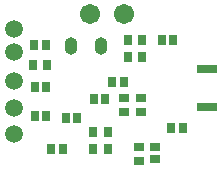
<source format=gts>
%FSLAX25Y25*%
%MOIN*%
G70*
G01*
G75*
G04 Layer_Color=8388736*
%ADD10C,0.05118*%
%ADD11R,0.05906X0.02165*%
%ADD12R,0.02165X0.02559*%
%ADD13R,0.02559X0.02165*%
%ADD14R,0.02362X0.02756*%
%ADD15R,0.02756X0.02362*%
%ADD16C,0.00787*%
%ADD17C,0.01181*%
%ADD18C,0.01969*%
%ADD19R,0.00197X0.00630*%
%ADD20R,0.78740X0.00315*%
%ADD21C,0.05906*%
%ADD22O,0.03500X0.05000*%
%ADD23C,0.01969*%
%ADD24R,0.01378X0.11811*%
%ADD25R,0.03600X0.03600*%
%ADD26R,0.03600X0.05000*%
%ADD27R,0.01575X0.03937*%
%ADD28R,0.05118X0.05118*%
%ADD29R,0.00787X0.02362*%
%ADD30R,0.00787X0.03150*%
%ADD31R,0.02362X0.00787*%
%ADD32R,0.03150X0.00787*%
%ADD33C,0.00500*%
%ADD34C,0.00591*%
%ADD35C,0.00394*%
%ADD36C,0.05918*%
%ADD37R,0.06706X0.02965*%
%ADD38R,0.02965X0.03359*%
%ADD39R,0.03359X0.02965*%
%ADD40R,0.03162X0.03556*%
%ADD41R,0.03556X0.03162*%
%ADD42C,0.06706*%
%ADD43O,0.04300X0.05800*%
D36*
X8560Y49160D02*
D03*
Y41510D02*
D03*
Y31740D02*
D03*
Y22850D02*
D03*
X8530Y14170D02*
D03*
D37*
X72934Y35842D02*
D03*
Y23213D02*
D03*
D38*
X15270Y43750D02*
D03*
X19207D02*
D03*
X19270Y29700D02*
D03*
X15333D02*
D03*
X44970Y31500D02*
D03*
X41033D02*
D03*
X20850Y8938D02*
D03*
X24787D02*
D03*
X35030Y25770D02*
D03*
X38967D02*
D03*
X25660Y19440D02*
D03*
X29597D02*
D03*
X15350Y19990D02*
D03*
X19287D02*
D03*
X61580Y45405D02*
D03*
X57643D02*
D03*
X60860Y16050D02*
D03*
X64797D02*
D03*
D39*
X55610Y9653D02*
D03*
Y5716D02*
D03*
D40*
X19370Y37110D02*
D03*
X14645D02*
D03*
X51222Y39630D02*
D03*
X46498D02*
D03*
Y45450D02*
D03*
X51222D02*
D03*
X39652Y14610D02*
D03*
X34928D02*
D03*
X39652Y8980D02*
D03*
X34928D02*
D03*
D41*
X50730Y21338D02*
D03*
Y26062D02*
D03*
X44980Y21338D02*
D03*
Y26062D02*
D03*
X50100Y9752D02*
D03*
Y5028D02*
D03*
D42*
X33788Y54160D02*
D03*
X44969D02*
D03*
D43*
X27330Y43460D02*
D03*
X37330D02*
D03*
M02*

</source>
